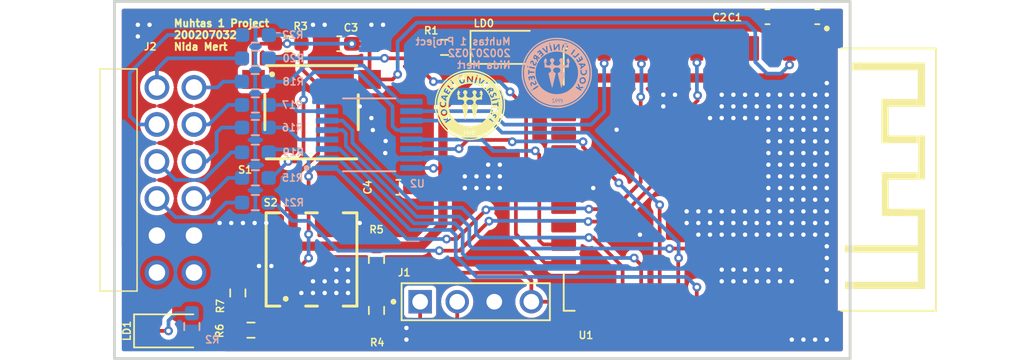
<source format=kicad_pcb>
(kicad_pcb (version 20240108) (generator "pcbnew") (generator_version "8.0")
  (title_block (title "PMOD ESP32 PROJECT PCB") (date "2024-12-14") (rev "0.2"))
  (layers (0 "F.Cu" signal) (31 "B.Cu" signal) (34 "B.Paste" user) (35 "F.Paste" user) (36 "B.SilkS" user "B.Silkscreen") (37 "F.SilkS" user "F.Silkscreen") (38 "B.Mask" user) (39 "F.Mask" user) (44 "Edge.Cuts" user))
  (net 0 "")
  (net 1 "/VCC3V3")
  (net 2 "/GND")
  (net 3 "/EN")
  (net 4 "/IO0")
  (net 5 "/TXD0")
  (net 6 "/RXD0")
  (net 7 "Net-(J2-Pad7)")
  (net 8 "Net-(J2-Pad10)")
  (net 9 "Net-(J2-Pad1)")
  (net 10 "Net-(J2-Pad2)")
  (net 11 "Net-(J2-Pad3)")
  (net 12 "Net-(J2-Pad9)")
  (net 13 "Net-(J2-Pad4)")
  (net 14 "Net-(J2-Pad8)")
  (net 15 "Net-(LD0-K)")
  (net 16 "/LD0")
  (net 17 "Net-(LD1-K)")
  (net 18 "/CTS{slash}SCK")
  (net 19 "/TXD{slash}MISO")
  (net 20 "/RXD{slash}MOSI")
  (net 21 "/RTS{slash}SS")
  (net 22 "/SELECT")
  (net 23 "/INT")
  (net 24 "/GPIO")
  (net 25 "Net-(R6-Pad1)")
  (net 26 "Net-(R4-Pad2)")
  (net 27 "/TXD")
  (net 31 "/MOSI")
  (net 33 "/SCK")
  (net 41 "/RTS")
  (net 44 "/SS")
  (net 49 "/CTS")
  (net 50 "/MISO")
  (net 51 "/RXD")
  (footprint "Resistor_SMD:R_0603_1608Metric_Pad0.98x0.95mm_HandSolder" (layer "F.Cu") (at 197.7 55 90)
    (property "Reference" "R7")
    (property "Value" "20K" (hide yes))
  )
  (footprint "Resistor_SMD:R_0603_1608Metric_Pad0.98x0.95mm_HandSolder" (layer "F.Cu") (at 198.6 57.55 180)
    (property "Reference" "R6")
    (property "Value" "5.6K" (hide yes))
  )
  (footprint "Capacitor_SMD:C_0603_1608Metric_Pad1.08x0.95mm_HandSolder" (layer "F.Cu") (at 204.65 37.9 180)
    (property "Reference" "C3")
    (property "Value" "10nF" (hide yes))
  )
  (footprint "KiCad:M209740642" (layer "F.Cu") (at 194.696 53.6 90)
    (property "Reference" "J2")
    (property "Value" "2x6 Pin Male Header, Through Hole" (hide yes))
  )
  (footprint "Resistor_SMD:R_0603_1608Metric_Pad0.98x0.95mm_HandSolder" (layer "F.Cu") (at 207.2 56.2 -90)
    (property "Reference" "R4")
    (property "Value" "1K" (hide yes))
  )
  (footprint "Capacitor_SMD:C_0603_1608Metric_Pad1.08x0.95mm_HandSolder" (layer "F.Cu") (at 208.7 47.75 180)
    (property "Reference" "C4")
    (property "Value" "100nF" (hide yes))
  )
  (footprint "Resistor_SMD:R_0603_1608Metric_Pad0.98x0.95mm_HandSolder" (layer "F.Cu") (at 207.2 52.7 90)
    (property "Reference" "R5")
    (property "Value" "20K" (hide yes))
  )
  (footprint "ESP-WROOM-32:MODULE_ESP-WROOM-32" (layer "F.Cu") (at 229.7775 47.22 -90)
    (property "Reference" "U1")
    (property "Value" "ESP-WROOM-32")
  )
  (footprint "Resistor_SMD:R_0603_1608Metric_Pad0.98x0.95mm_HandSolder" (layer "F.Cu") (at 201.15 37.9 180)
    (property "Reference" "R3")
    (property "Value" "10K" (hide yes))
  )
  (footprint "Capacitor_SMD:C_0603_1608Metric_Pad1.08x0.95mm_HandSolder" (layer "F.Cu") (at 233.9875 36.05)
    (property "Reference" "C2")
    (property "Value" "100nF" (hide yes))
  )
  (footprint "Capacitor_SMD:C_0603_1608Metric_Pad1.08x0.95mm_HandSolder" (layer "F.Cu") (at 237.4 36.05 180)
    (property "Reference" "C1")
    (property "Value" "10uF" (hide yes))
  )
  (footprint "LED_SMD:LED_1206_3216Metric_Pad1.42x1.75mm_HandSolder" (layer "F.Cu") (at 193.05 57.6)
    (property "Reference" "LD1")
    (property "Value" "Red Led" (hide yes))
  )
  (footprint "M20-9990446:HARWIN_M20-9990446" (layer "F.Cu") (at 214 55.6)
    (property "Reference" "J1")
    (property "Value" "4-Pin Male Header, Through Hole" (hide yes))
  )
  (footprint "Logo:kou_logo_5mm" (layer "F.Cu") (at 213.6 42.1)
    (property "Reference" "G***" (hide yes))
    (property "Value" "LOGO" (hide yes))
  )
  (footprint "Resistor_SMD:R_0603_1608Metric_Pad0.98x0.95mm_HandSolder" (layer "F.Cu") (at 211.8625 38.15 180)
    (property "Reference" "R1")
    (property "Value" "1.5K" (hide yes))
  )
  (footprint "418121270802:418121270802" (layer "F.Cu") (at 202.75 52.7)
    (property "Reference" "S2")
    (property "Value" "Dip Switch" (hide yes))
    (property "VALUE" "418121270802" (hide yes))
  )
  (footprint "LED_SMD:LED_1206_3216Metric_Pad1.42x1.75mm_HandSolder" (layer "F.Cu") (at 216.1 38.15)
    (property "Reference" "LD0")
    (property "Value" "Green Led" (hide yes))
  )
  (footprint "430182050816:430182050816" (layer "F.Cu") (at 202.75 42.6)
    (property "Reference" "S1")
    (property "Value" "Tactile Switch" (hide yes))
    (property "VALUE" "430182050816" (hide yes))
  )
  (footprint "Resistor_SMD:R_0603_1608Metric_Pad0.98x0.95mm_HandSolder" (layer "B.Cu") (at 198.9 48.8)
    (property "Reference" "R21")
    (property "Value" "200" (hide yes))
  )
  (footprint "Resistor_SMD:R_0603_1608Metric_Pad0.98x0.95mm_HandSolder" (layer "B.Cu") (at 198.9 38.9)
    (property "Reference" "R20")
    (property "Value" "200" (hide yes))
  )
  (footprint "Resistor_SMD:R_0603_1608Metric_Pad0.98x0.95mm_HandSolder" (layer "B.Cu") (at 198.9 42.1)
    (property "Reference" "R17")
    (property "Value" "200" (hide yes))
  )
  (footprint "Resistor_SMD:R_0603_1608Metric_Pad0.98x0.95mm_HandSolder" (layer "B.Cu") (at 194.55 57.3 -90)
    (property "Reference" "R2")
    (property "Value" "1.5K" (hide yes))
  )
  (footprint "TS3A5018PWR:SOP65P640X120-16N" (layer "B.Cu") (at 206.7 44.15)
    (property "Reference" "U2")
    (property "Value" "TS3A5018PWR" (hide yes))
  )
  (footprint "Resistor_SMD:R_0603_1608Metric_Pad0.98x0.95mm_HandSolder" (layer "B.Cu") (at 198.9125 37.3)
    (property "Reference" "R22")
    (property "Value" "200" (hide yes))
  )
  (footprint "Resistor_SMD:R_0603_1608Metric_Pad0.98x0.95mm_HandSolder" (layer "B.Cu") (at 198.8875 40.5)
    (property "Reference" "R18")
    (property "Value" "200" (hide yes))
  )
  (footprint "Logo:kou_logo_5mm" (layer "B.Cu") (at 219.55 39.9 180)
    (property "Reference" "G***" (hide yes))
    (property "Value" "LOGO" (hide yes))
  )
  (footprint "Resistor_SMD:R_0603_1608Metric_Pad0.98x0.95mm_HandSolder" (layer "B.Cu") (at 198.9 45.35)
    (property "Reference" "R19")
    (property "Value" "200" (hide yes))
  )
  (footprint "Resistor_SMD:R_0603_1608Metric_Pad0.98x0.95mm_HandSolder" (layer "B.Cu") (at 198.9 43.65)
    (property "Reference" "R16")
    (property "Value" "200" (hide yes))
  )
  (footprint "Resistor_SMD:R_0603_1608Metric_Pad0.98x0.95mm_HandSolder" (layer "B.Cu") (at 198.9 47.1)
    (property "Reference" "R15")
    (property "Value" "200" (hide yes))
  )
  (gr_rect (start 189.25 35) (end 239.65 59.5) (stroke (width 0.2)) (fill none) (layer "Edge.Cuts"))
  (gr_text "Muhtas 1 Project\n200207032\nNida Mert" (at 216.45 39.65 0) (layer "B.SilkS") (effects (font (size 0.5 0.5) (thickness 0.1) (bold yes)) (justify left bottom mirror)))
  (gr_text "Muhtas 1 Project\n200207032\nNida Mert" (at 193.25 38.4 0) (layer "F.SilkS") (effects (font (size 0.5 0.5) (thickness 0.125) (bold yes)) (justify left bottom)))
  (segment (start 201.48 47.17) (end 201.48 48.3) (width 0.254) (layer "F.Cu") (net 1))
  (segment (start 211.75 47.7) (end 211.7 47.75) (width 0.635) (layer "F.Cu") (net 1))
  (segment (start 210.2625 51.7875) (end 211.75 50.3) (width 0.635) (layer "F.Cu") (net 1))
  (segment (start 207.2 51.7875) (end 210.2625 51.7875) (width 0.635) (layer "F.Cu") (net 1))
  (segment (start 211.1 46.45) (end 211.75 46.45) (width 0.254) (layer "F.Cu") (net 1))
  (segment (start 196 53.6) (end 197.8125 51.7875) (width 0.635) (layer "F.Cu") (net 1))
  (segment (start 211.75 42.25) (end 213.75 40.25) (width 0.635) (layer "F.Cu") (net 1))
  (segment (start 201.48 51.7575) (end 201.48 48.3) (width 0.635) (layer "F.Cu") (net 1))
  (segment (start 194.696 53.6) (end 196 53.6) (width 0.635) (layer "F.Cu") (net 1))
  (segment (start 234.85 36.05) (end 236.5375 36.05) (width 0.635) (layer "F.Cu") (net 1))
  (segment (start 211.75 47.7) (end 211.75 46.45) (width 0.635) (layer "F.Cu") (net 1))
  (segment (start 213.75 40.25) (end 236.15 40.25) (width 0.635) (layer "F.Cu") (net 1))
  (segment (start 236.15 40.25) (end 236.7625 39.6375) (width 0.635) (layer "F.Cu") (net 1))
  (segment (start 209.564382 47.748118) (end 209.5625 47.75) (width 0.254) (layer "F.Cu") (net 1))
  (segment (start 211.75 50.3) (end 211.75 47.7) (width 0.635) (layer "F.Cu") (net 1))
  (segment (start 236.7625 38.22) (end 236.7625 36.275) (width 0.635) (layer "F.Cu") (net 1))
  (segment (start 211.7 47.75) (end 209.5625 47.75) (width 0.635) (layer "F.Cu") (net 1))
  (segment (start 211.75 46.45) (end 211.75 42.25) (width 0.635) (layer "F.Cu") (net 1))
  (segment (start 201.45 51.7875) (end 207.2 51.7875) (width 0.635) (layer "F.Cu") (net 1))
  (segment (start 203.2 45.45) (end 201.48 47.17) (width 0.254) (layer "F.Cu") (net 1))
  (segment (start 236.7625 36.275) (end 236.5375 36.05) (width 0.635) (layer "F.Cu") (net 1))
  (segment (start 202.0625 39.6125) (end 203.2 40.75) (width 0.254) (layer "F.Cu") (net 1))
  (segment (start 202.0625 37.9) (end 202.0625 39.6125) (width 0.254) (layer "F.Cu") (net 1))
  (segment (start 201.45 51.7875) (end 201.48 51.7575) (width 0.635) (layer "F.Cu") (net 1))
  (segment (start 236.7625 39.6375) (end 236.7625 38.22) (width 0.635) (layer "F.Cu") (net 1))
  (segment (start 203.2 40.75) (end 203.2 45.45) (width 0.254) (layer "F.Cu") (net 1))
  (segment (start 197.8125 51.7875) (end 201.45 51.7875) (width 0.635) (layer "F.Cu") (net 1))
  (via (at 211.1 46.45) (size 0.6) (drill 0.3) (layers "F.Cu" "B.Cu") (net 1))
  (segment (start 209.57 46.425) (end 211.075 46.425) (width 0.254) (layer "B.Cu") (net 1))
  (segment (start 211.075 46.425) (end 211.1 46.45) (width 0.254) (layer "B.Cu") (net 1))
  (via (at 229.25 49.4) (size 0.6) (drill 0.3) (layers "F.Cu" "B.Cu") (net 2))
  (via (at 206.95 43.825) (size 0.6) (drill 0.3) (layers "F.Cu" "B.Cu") (net 2))
  (via (at 237.25 51) (size 0.6) (drill 0.3) (layers "F.Cu" "B.Cu") (net 2))
  (via (at 236.45 47) (size 0.6) (drill 0.3) (layers "F.Cu" "B.Cu") (net 2))
  (via (at 230.05 43) (size 0.6) (drill 0.3) (layers "F.Cu" "B.Cu") (net 2))
  (via (at 235.65 47.8) (size 0.6) (drill 0.3) (layers "F.Cu" "B.Cu") (net 2))
  (via (at 238.05 50.2) (size 0.6) (drill 0.3) (layers "F.Cu" "B.Cu") (net 2))
  (via (at 232.45 51) (size 0.6) (drill 0.3) (layers "F.Cu" "B.Cu") (net 2))
  (via (at 234.05 42.2) (size 0.6) (drill 0.3) (layers "F.Cu" "B.Cu") (net 2))
  (via (at 232.45 50.2) (size 0.6) (drill 0.3) (layers "F.Cu" "B.Cu") (net 2))
  (via (at 232.45 43) (size 0.6) (drill 0.3) (layers "F.Cu" "B.Cu") (net 2))
  (via (at 229.25 51) (size 0.6) (drill 0.3) (layers "F.Cu" "B.Cu") (net 2))
  (via (at 234.85 42.2) (size 0.6) (drill 0.3) (layers "F.Cu" "B.Cu") (net 2))
  (via (at 234.85 53.4) (size 0.6) (drill 0.3) (layers "F.Cu" "B.Cu") (net 2))
  (via (at 234.85 41.4) (size 0.6) (drill 0.3) (layers "F.Cu" "B.Cu") (net 2))
  (via (at 202.85 36.6) (size 0.6) (drill 0.3) (layers "F.Cu" "B.Cu") (net 2))
  (via (at 234.85 43) (size 0.6) (drill 0.3) (layers "F.Cu" "B.Cu") (net 2))
  (via (at 191.65 36.6) (size 0.6) (drill 0.3) (layers "F.Cu" "B.Cu") (net 2))
  (via (at 234.05 51) (size 0.6) (drill 0.3) (layers "F.Cu" "B.Cu") (net 2))
  (via (at 206.05 42.2) (size 0.6) (drill 0.3) (layers "F.Cu" "B.Cu") (net 2))
  (via (at 234.85 45.4) (size 0.6) (drill 0.3) (layers "F.Cu" "B.Cu") (net 2))
  (via (at 234.05 46.2) (size 0.6) (drill 0.3) (layers "F.Cu" "B.Cu") (net 2))
  (via (at 236.45 41.4) (size 0.6) (drill 0.3) (layers "F.Cu" "B.Cu") (net 2))
  (via (at 233.25 41.4) (size 0.6) (drill 0.3) (layers "F.Cu" "B.Cu") (net 2))
  (via (at 237.25 41.4) (size 0.6) (drill 0.3) (layers "F.Cu" "B.Cu") (net 2))
  (via (at 233.25 43) (size 0.6) (drill 0.3) (layers "F.Cu" "B.Cu") (net 2))
  (via (at 203.65 54.2) (size 0.6) (drill 0.3) (layers "F.Cu" "B.Cu") (net 2))
  (via (at 226.85 41.4) (size 0.6) (drill 0.3) (layers "F.Cu" "B.Cu") (net 2))
  (via (at 232.45 49.4) (size 0.6) (drill 0.3) (layers "F.Cu" "B.Cu") (net 2))
  (via (at 234.05 54.2) (size 0.6) (drill 0.3) (layers "F.Cu" "B.Cu") (net 2))
  (via (at 230.85 53.4) (size 0.6) (drill 0.3) (layers "F.Cu" "B.Cu") (net 2))
  (via (at 203.65 36.6) (size 0.6) (drill 0.3) (layers "F.Cu" "B.Cu") (net 2))
  (via (at 235.65 45.4) (size 0.6) (drill 0.3) (layers "F.Cu" "B.Cu") (net 2))
  (via (at 235.65 43) (size 0.6) (drill 0.3) (layers "F.Cu" "B.Cu") (net 2))
  (via (at 234.05 43.8) (size 0.6) (drill 0.3) (layers "F.Cu" "B.Cu") (net 2))
  (via (at 230.85 50.2) (size 0.6) (drill 0.3) (layers "F.Cu" "B.Cu") (net 2))
  (via (at 235.65 47) (size 0.6) (drill 0.3) (layers "F.Cu" "B.Cu") (net 2))
  (via (at 238.05 43) (size 0.6) (drill 0.3) (layers "F.Cu" "B.Cu") (net 2))
  (via (at 197.25 50.2) (size 0.6) (drill 0.3) (layers "F.Cu" "B.Cu") (net 2))
  (via (at 234.05 44.6) (size 0.6) (drill 0.3) (layers "F.Cu" "B.Cu") (net 2))
  (via (at 238.05 41.4) (size 0.6) (drill 0.3) (layers "F.Cu" "B.Cu") (net 2))
  (via (at 235.65 41.4) (size 0.6) (drill 0.3) (layers "F.Cu" "B.Cu") (net 2))
  (via (at 222.05 47.8) (size 0.6) (drill 0.3) (layers "F.Cu" "B.Cu") (net 2))
  (via (at 236.45 58.2) (size 0.6) (drill 0.3) (layers "F.Cu" "B.Cu") (net 2))
  (via (at 237.25 48.6) (size 0.6) (drill 0.3) (layers "F.Cu" "B.Cu") (net 2))
  (via (at 235.65 48.6) (size 0.6) (drill 0.3) (layers "F.Cu" "B.Cu") (net 2))
  (via (at 232.45 54.2) (size 0.6) (drill 0.3) (layers "F.Cu" "B.Cu") (net 2))
  (via (at 232.45 42.2) (size 0.6) (drill 0.3) (layers "F.Cu" "B.Cu") (net 2))
  (via (at 215.65 47.8) (size 0.6) (drill 0.3) (layers "F.Cu" "B.Cu") (net 2))
  (via (at 234.85 54.2) (size 0.6) (drill 0.3) (layers "F.Cu" "B.Cu") (net 2))
  (via (at 230.85 42.2) (size 0.6) (drill 0.3) (layers "F.Cu" "B.Cu") (net 2))
  (via (at 214.05 47) (size 0.6) (drill 0.3) (layers "F.Cu" "B.Cu") (net 2))
  (via (at 190.85 37.4) (size 0.6) (drill 0.3) (layers "F.Cu" "B.Cu") (net 2))
  (via (at 237.25 45.4) (size 0.6) (drill 0.3) (layers "F.Cu" "B.Cu") (net 2))
  (via (at 198.05 50.2) (size 0.6) (drill 0.3) (layers "F.Cu" "B.Cu") (net 2))
  (via (at 236.45 46.2) (size 0.6) (drill 0.3) (layers "F.Cu" "B.Cu") (net 2))
  (via (at 228.45 50.2) (size 0.6) (drill 0.3) (layers "F.Cu" "B.Cu") (net 2))
  (via (at 232.45 41.4) (size 0.6) (drill 0.3) (layers "F.Cu" "B.Cu") (net 2))
  (via (at 205.25 54.2) (size 0.6) (drill 0.3) (layers "F.Cu" "B.Cu") (net 2))
  (via (at 209.25 58.2) (size 0.6) (drill 0.3) (layers "F.Cu" "B.Cu") (net 2))
  (via (at 234.05 47) (size 0.6) (drill 0.3) (layers "F.Cu" "B.Cu") (net 2))
  (via (at 227.65 41.4) (size 0.6) (drill 0.3) (layers "F.Cu" "B.Cu") (net 2))
  (via (at 236.45 43) (size 0.6) (drill 0.3) (layers "F.Cu" "B.Cu") (net 2))
  (via (at 234.85 50.2) (size 0.6) (drill 0.3) (layers "F.Cu" "B.Cu") (net 2))
  (via (at 235.65 49.4) (size 0.6) (drill 0.3) (layers "F.Cu" "B.Cu") (net 2))
  (via (at 234.85 48.6) (size 0.6) (drill 0.3) (layers "F.Cu" "B.Cu") (net 2))
  (via (at 205.25 53.4) (size 0.6) (drill 0.3) (layers "F.Cu" "B.Cu") (net 2))
  (via (at 231.65 42.2) (size 0.6) (drill 0.3) (layers "F.Cu" "B.Cu") (net 2))
  (via (at 238.05 53.4) (size 0.6) (drill 0.3) (layers "F.Cu" "B.Cu") (net 2))
  (via (at 238.05 52.6) (size 0.6) (drill 0.3) (layers "F.Cu" "B.Cu") (net 2))
  (via (at 234.05 41.4) (size 0.6) (drill 0.3) (layers "F.Cu" "B.Cu") (net 2))
  (via (at 235.65 54.2) (size 0.6) (drill 0.3) (layers "F.Cu" "B.Cu") (net 2))
  (via (at 200 53.15) (size 0.6) (drill 0.3) (layers "F.Cu" "B.Cu") (net 2))
  (via (at 235.65 46.2) (size 0.6) (drill 0.3) (layers "F.Cu" "B.Cu") (net 2))
  (via (at 223.65 43.8) (size 0.6) (drill 0.3) (layers "F.Cu" "B.Cu") (net 2))
  (via (at 209.25 57.4) (size 0.6) (drill 0.3) (layers "F.Cu" "B.Cu") (net 2))
  (via (at 234.85 46.2) (size 0.6) (drill 0.3) (layers "F.Cu" "B.Cu") (net 2))
  (via (at 230.85 41.4) (size 0.6) (drill 0.3) (layers "F.Cu" "B.Cu") (net 2))
  (via (at 238.05 43.8) (size 0.6) (drill 0.3) (layers "F.Cu" "B.Cu") (net 2))
  (via (at 230.85 54.2) (size 0.6) (drill 0.3) (layers "F.Cu" "B.Cu") (net 2))
  (via (at 231.65 50.2) (size 0.6) (drill 0.3) (layers "F.Cu" "B.Cu") (net 2))
  (via (at 236.45 49.4) (size 0.6) (drill 0.3) (layers "F.Cu" "B.Cu") (net 2))
  (via (at 202.05 55) (size 0.6) (drill 0.3) (layers "F.Cu" "B.Cu") (net 2))
  (via (at 215.65 46.2) (size 0.6) (drill 0.3) (layers "F.Cu" "B.Cu") (net 2))
  (via (at 237.25 42.2) (size 0.6) (drill 0.3) (layers "F.Cu" "B.Cu") (net 2))
  (via (at 230.85 43) (size 0.6) (drill 0.3) (layers "F.Cu" "B.Cu") (net 2))
  (via (at 236.45 45.4) (size 0.6) (drill 0.3) (layers "F.Cu" "B.Cu") (net 2))
  (via (at 236.45 43.8) (size 0.6) (drill 0.3) (layers "F.Cu" "B.Cu") (net 2))
  (via (at 238.05 40.6) (size 0.6) (drill 0.3) (layers "F.Cu" "B.Cu") (net 2))
  (via (at 206.85 43) (size 0.6) (drill 0.3) (layers "F.Cu" "B.Cu") (net 2))
  (via (at 238.05 51) (size 0.6) (drill 0.3) (layers "F.Cu" "B.Cu") (net 2))
  (via (at 237.25 50.2) (size 0.6) (drill 0.3) (layers "F.Cu" "B.Cu") (net 2))
  (via (at 232.45 53.4) (size 0.6) (drill 0.3) (layers "F.Cu" "B.Cu") (net 2))
  (via (at 206.05 50.2) (size 0.6) (drill 0.3) (layers "F.Cu" "B.Cu") (net 2))
  (via (at 237.25 43) (size 0.6) (drill 0.3) (layers "F.Cu" "B.Cu") (net 2))
  (via (at 214.85 47.8) (size 0.6) (drill 0.3) (layers "F.Cu" "B.Cu") (net 2))
  (via (at 238.05 49.4) (size 0.6) (drill 0.3) (layers "F.Cu" "B.Cu") (net 2))
  (via (at 190.85 36.6) (size 0.6) (drill 0.3) (layers "F.Cu" "B.Cu") (net 2))
  (via (at 238.05 58.2) (size 0.6) (drill 0.3) (layers "F.Cu" "B.Cu") (net 2))
  (via (at 238.05 45.4) (size 0.6) (drill 0.3) (layers "F.Cu" "B.Cu") (net 2))
  (via (at 225.25 51) (size 0.6) (drill 0.3) (layers "F.Cu" "B.Cu") (net 2))
  (via (at 231.65 51) (size 0.6) (drill 0.3) (layers "F.Cu" "B.Cu") (net 2))
  (via (at 215.65 47) (size 0.6) (drill 0.3) (layers "F.Cu" "B.Cu") (net 2))
  (via (at 205.25 55) (size 0.6) (drill 0.3) (layers "F.Cu" "B.Cu") (net 2))
  (via (at 226.85 42.2) (size 0.6) (drill 0.3) (layers "F.Cu" "B.Cu") (net 2))
  (via (at 207.65 36.6) (size 0.6) (drill 0.3) (layers "F.Cu" "B.Cu") (net 2))
  (via (at 233.25 53.4) (size 0.6) (drill 0.3) (layers "F.Cu" "B.Cu") (net 2))
  (via (at 233.25 49.4) (size 0.6) (drill 0.3) (layers "F.Cu" "B.Cu") (net 2))
  (via (at 207.8 45.4) (size 0.6) (drill 0.3) (layers "F.Cu" "B.Cu") (net 2))
  (via (at 196.45 50.2) (size 0.6) (drill 0.3) (layers "F.Cu" "B.Cu") (net 2))
  (via (at 238.05 47.8) (size 0.6) (drill 0.3) (layers "F.Cu" "B.Cu") (net 2))
  (via (at 236.45 48.6) (size 0.6) (drill 0.3) (layers "F.Cu" "B.Cu") (net 2))
  (via (at 213.25 47) (size 0.6) (drill 0.3) (layers "F.Cu" "B.Cu") (net 2))
  (via (at 202.85 54.2) (size 0.6) (drill 0.3) (layers "F.Cu" "B.Cu") (net 2))
  (via (at 234.05 47.8) (size 0.6) (drill 0.3) (layers "F.Cu" "B.Cu") (net 2))
  (via (at 238.05 51.8) (size 0.6) (drill 0.3) (layers "F.Cu" "B.Cu") (net 2))
  (via (at 234.85 44.6) (size 0.6) (drill 0.3) (layers "F.Cu" "B.Cu") (net 2))
  (via (at 233.25 42.2) (size 0.6) (drill 0.3) (layers "F.Cu" "B.Cu") (net 2))
  (via (at 234.85 47) (size 0.6) (drill 0.3) (layers "F.Cu" "B.Cu") (net 2))
  (via (at 236.45 47.8) (size 0.6) (drill 0.3) (layers "F.Cu" "B.Cu") (net 2))
  (via (at 234.85 51) (size 0.6) (drill 0.3) (layers "F.Cu" "B.Cu") (net 2))
  (via (at 236.45 51) (size 0.6) (drill 0.3) (layers "F.Cu" "B.Cu") (net 2))
  (via (at 238.05 48.6) (size 0.6) (drill 0.3) (layers "F.Cu" "B.Cu") (net 2))
  (via (at 238.05 54.2) (size 0.6) (drill 0.3) (layers "F.Cu" "B.Cu") (net 2))
  (via (at 237.25 49.4) (size 0.6) (drill 0.3) (layers "F.Cu" "B.Cu") (net 2))
  (via (at 230.85 49.4) (size 0.6) (drill 0.3) (layers "F.Cu" "B.Cu") (net 2))
  (via (at 236.45 50.2) (size 0.6) (drill 0.3) (layers "F.Cu" "B.Cu") (net 2))
  (via (at 207.825 44.575) (size 0.6) (drill 0.3) (layers "F.Cu" "B.Cu") (net 2))
  (via (at 199.15 53.15) (size 0.6) (drill 0.3) (layers "F.Cu" "B.Cu") (net 2))
  (via (at 202.85 55) (size 0.6) (drill 0.3) (layers "F.Cu" "B.Cu") (net 2))
  (via (at 238.05 44.6) (size 0.6) (drill 0.3) (layers "F.Cu" "B.Cu") (net 2))
  (via (at 238.05 47) (size 0.6) (drill 0.3) (layers "F.Cu" "B.Cu") (net 2))
  (via (at 235.65 44.6) (size 0.6) (drill 0.3) (layers "F.Cu" "B.Cu") (net 2))
  (via (at 237.25 44.6) (size 0.6) (drill 0.3) (layers "F.Cu" "B.Cu") (net 2))
  (via (at 234.05 45.4) (size 0.6) (drill 0.3) (layers "F.Cu" "B.Cu") (net 2))
  (via (at 236.45 42.2) (size 0.6) (drill 0.3) (layers "F.Cu" "B.Cu") (net 2))
  (via (at 234.05 53.4) (size 0.6) (drill 0.3) (layers "F.Cu" "B.Cu") (net 2))
  (via (at 214.85 46.2) (size 0.6) (drill 0.3) (layers "F.Cu" "B.Cu") (net 2))
  (via (at 235.65 51) (size 0.6) (drill 0.3) (layers "F.Cu" "B.Cu") (net 2))
  (via (at 230.05 51) (size 0.6) (drill 0.3) (layers "F.Cu" "B.Cu") (net 2))
  (via (at 230.05 50.2) (size 0.6) (drill 0.3) (layers "F.Cu" "B.Cu") (net 2))
  (via (at 237.25 47) (size 0.6) (drill 0.3) (layers "F.Cu" "B.Cu") (net 2))
  (via (at 204.45 53.4) (size 0.6) (drill 0.3) (layers "F.Cu" "B.Cu") (net 2))
  (via (at 214.05 47.8) (size 0.6) (drill 0.3) (layers "F.Cu" "B.Cu") (net 2))
  (via (at 234.85 49.4) (size 0.6) (drill 0.3) (layers "F.Cu" "B.Cu") (net 2))
  (via (at 235.65 43.8) (size 0.6) (drill 0.3) (layers "F.Cu" "B.Cu") (net 2))
  (via (at 231.65 54.2) (size 0.6) (drill 0.3) (layers "F.Cu" "B.Cu") (net 2))
  (via (at 231.65 53.4) (size 0.6) (drill 0.3) (layers "F.Cu" "B.Cu") (net 2))
  (via (at 234.85 43.8) (size 0.6) (drill 0.3) (layers "F.Cu" "B.Cu") (net 2))
  (via (at 237.25 43.8) (size 0.6) (drill 0.3) (layers "F.Cu" "B.Cu") (net 2))
  (via (at 237.25 47.8) (size 0.6) (drill 0.3) (layers "F.Cu" "B.Cu") (net 2))
  (via (at 234.05 50.2) (size 0.6) (drill 0.3) (layers "F.Cu" "B.Cu") (net 2))
  (via (at 237.25 46.2) (size 0.6) (drill 0.3) (layers "F.Cu" "B.Cu") (net 2))
  (via (at 213.25 47.8) (size 0.6) (drill 0.3) (layers "F.Cu" "B.Cu") (net 2))
  (via (at 238.05 42.2) (size 0.6) (drill 0.3) (layers "F.Cu" "B.Cu") (net 2))
  (via (at 199.65 50.2) (size 0.6) (drill 0.3) (layers "F.Cu" "B.Cu") (net 2))
  (via (at 238.05 46.2) (size 0.6) (drill 0.3) (layers "F.Cu" "B.Cu") (net 2))
  (via (at 234.05 43) (size 0.6) (drill 0.3) (layers "F.Cu" "B.Cu") (net 2))
  (via (at 235.65 42.2) (size 0.6) (drill 0.3) (layers "F.Cu" "B.Cu") (net 2))
  (via (at 230.85 51) (size 0.6) (drill 0.3) (layers "F.Cu" "B.Cu") (net 2))
  (via (at 234.05 49.4) (size 0.6) (drill 0.3) (layers "F.Cu" "B.Cu") (net 2))
  (via (at 233.25 54.2) (size 0.6) (drill 0.3) (layers "F.Cu" "B.Cu") (net 2))
  (via (at 234.05 48.6) (size 0.6) (drill 0.3) (layers "F.Cu" "B.Cu") (net 2))
  (via (at 235.65 58.2) (size 0.6) (drill 0.3) (layers "F.Cu" "B.Cu") (net 2))
  (via (at 231.65 41.4) (size 0.6) (drill 0.3) (layers "F.Cu" "B.Cu") (net 2))
  (via (at 198.85 50.2) (size 0.6) (drill 0.3) (layers "F.Cu" "B.Cu") (net 2))
  (via (at 237.25 58.2) (size 0.6) (drill 0.3) (layers "F.Cu" "B.Cu") (net 2))
  (via (at 234.85 47.8) (size 0.6) (drill 0.3) (layers "F.Cu" "B.Cu") (net 2))
  (via (at 233.25 51) (size 0.6) (drill 0.3) (layers "F.Cu" "B.Cu") (net 2))
  (via (at 230.05 49.4) (size 0.6) (drill 0.3) (layers "F.Cu" "B.Cu") (net 2))
  (via (at 228.45 49.4) (size 0.6) (drill 0.3) (layers "F.Cu" "B.Cu") (net 2))
  (via (at 204.45 54.2) (size 0.6) (drill 0.3) (layers "F.Cu" "B.Cu") (net 2))
  (via (at 214.85 47) (size 0.6) (drill 0.3) (layers "F.Cu" "B.Cu") (net 2))
  (via (at 203.65 55) (size 0.6) (drill 0.3) (layers "F.Cu" "B.Cu") (net 2))
  (via (at 236.45 44.6) (size 0.6) (drill 0.3) (layers "F.Cu" "B.Cu") (net 2))
  (via (at 204.45 55) (size 0.6) (drill 0.3) (layers "F.Cu" "B.Cu") (net 2))
  (via (at 231.65 43) (size 0.6) (drill 0.3) (layers "F.Cu" "B.Cu") (net 2))
  (via (at 235.65 50.2) (size 0.6) (drill 0.3) (layers "F.Cu" "B.Cu") (net 2))
  (via (at 231.65 49.4) (size 0.6) (drill 0.3) (layers "F.Cu" "B.Cu") (net 2))
  (via (at 206.85 36.6) (size 0.6) (drill 0.3) (layers "F.Cu" "B.Cu") (net 2))
  (via (at 233.25 50.2) (size 0.6) (drill 0.3) (layers "F.Cu" "B.Cu") (net 2))
  (via (at 229.25 50.2) (size 0.6) (drill 0.3) (layers "F.Cu" "B.Cu") (net 2))
  (segment (start 200.2375 37.9) (end 201.075 37.9) (width 0.254) (layer "F.Cu") (net 3))
  (segment (start 206.35 37.9) (end 206.725 38.275) (width 0.254) (layer "F.Cu") (net 3))
  (segment (start 199.2 37.9) (end 198.775 38.325) (width 0.254) (layer "F.Cu") (net 3))
  (segment (start 206.725 40.35) (end 208.3 40.35) (width 0.254) (layer "F.Cu") (net 3))
  (segment (start 235.4925 39.3425) (end 235.5 39.35) (width 0.254) (layer "F.Cu") (net 3))
  (segment (start 208.3 40.35) (end 208.65 40) (width 0.254) (layer "F.Cu") (net 3))
  (segment (start 206.725 38.275) (end 206.725 40.35) (width 0.254) (layer "F.Cu") (net 3))
  (segment (start 205.5125 37.9) (end 206.35 37.9) (width 0.254) (layer "F.Cu") (net 3))
  (segment (start 235.4925 38.22) (end 235.4925 39.3425) (width 0.254) (layer "F.Cu") (net 3))
  (segment (start 200.2375 37.9) (end 199.2 37.9) (width 0.254) (layer "F.Cu") (net 3))
  (segment (start 198.775 38.325) (end 198.775 40.35) (width 0.254) (layer "F.Cu") (net 3))
  (via (at 208.65 40) (size 0.6) (drill 0.3) (layers "F.Cu" "B.Cu") (net 3))
  (via (at 205.5125 37.9) (size 0.6) (drill 0.3) (layers "F.Cu" "B.Cu") (net 3))
  (via (at 201.075 37.9) (size 0.6) (drill 0.3) (layers "F.Cu" "B.Cu") (net 3))
  (via (at 235.5 39.35) (size 0.6) (drill 0.3) (layers "F.Cu" "B.Cu") (net 3))
  (segment (start 201.075 37.9) (end 201.075 37.475) (width 0.254) (layer "B.Cu") (net 3))
  (segment (start 233.15 37.05) (end 232.55 36.45) (width 0.254) (layer "B.Cu") (net 3))
  (segment (start 201.075 37.475) (end 200.9 37.3) (width 0.254) (layer "B.Cu") (net 3))
  (segment (start 208.65 40) (end 208.65 37.75) (width 0.254) (layer "B.Cu") (net 3))
  (segment (start 200.9 37.3) (end 199.825 37.3) (width 0.254) (layer "B.Cu") (net 3))
  (segment (start 209.95 36.45) (end 232.55 36.45) (width 0.254) (layer "B.Cu") (net 3))
  (segment (start 208.65 37.75) (end 209.95 36.45) (width 0.254) (layer "B.Cu") (net 3))
  (segment (start 234.9 39.95) (end 233.95 39.95) (width 0.254) (layer "B.Cu") (net 3))
  (segment (start 233.95 39.95) (end 233.15 39.15) (width 0.254) (layer "B.Cu") (net 3))
  (segment (start 235.5 39.35) (end 234.9 39.95) (width 0.254) (layer "B.Cu") (net 3))
  (segment (start 201.075 37.9) (end 205.5125 37.9) (width 0.254) (layer "B.Cu") (net 3))
  (segment (start 233.15 39.15) (end 233.15 37.05) (width 0.254) (layer "B.Cu") (net 3))
  (segment (start 217.81 55.6) (end 219 55.6) (width 0.254) (layer "F.Cu") (net 4))
  (segment (start 219 55.6) (end 219.62 56.22) (width 0.254) (layer "F.Cu") (net 4))
  (segment (start 217.2625 53.6125) (end 207.2 53.6125) (width 0.254) (layer "F.Cu") (net 4))
  (segment (start 219.62 56.22) (end 221.5225 56.22) (width 0.254) (layer "F.Cu") (net 4))
  (segment (start 217.81 55.6) (end 217.81 54.16) (width 0.254) (layer "F.Cu") (net 4))
  (segment (start 217.81 54.16) (end 217.2625 53.6125) (width 0.254) (layer "F.Cu") (net 4))
  (segment (start 207.2 53.6125) (end 207.2 55.2875) (width 0.254) (layer "F.Cu") (net 4))
  (segment (start 210.19 55.6) (end 210.19 56.79) (width 0.254) (layer "F.Cu") (net 5))
  (segment (start 211.604 58.204) (end 233.346 58.204) (width 0.254) (layer "F.Cu") (net 5))
  (segment (start 233.346 58.204) (end 234.2225 57.3275) (width 0.254) (layer "F.Cu") (net 5))
  (segment (start 234.2225 57.3275) (end 234.2225 56.22) (width 0.254) (layer "F.Cu") (net 5))
  (segment (start 210.19 56.79) (end 211.604 58.204) (width 0.254) (layer "F.Cu") (net 5))
  (segment (start 212.73 57.03) (end 213.45 57.75) (width 0.254) (layer "F.Cu") (net 6))
  (segment (start 212.73 55.6) (end 212.73 57.03) (width 0.254) (layer "F.Cu") (net 6))
  (segment (start 213.45 57.75) (end 232.6 57.75) (width 0.254) (layer "F.Cu") (net 6))
  (segment (start 232.9525 57.3975) (end 232.9525 56.22) (width 0.254) (layer "F.Cu") (net 6))
  (segment (start 232.6 57.75) (end 232.9525 57.3975) (width 0.254) (layer "F.Cu") (net 6))
  (segment (start 192.156 39.644) (end 192.9 38.9) (width 0.254) (layer "B.Cu") (net 7))
  (segment (start 192.156 40.9) (end 192.156 39.644) (width 0.254) (layer "B.Cu") (net 7))
  (segment (start 192.9 38.9) (end 197.9875 38.9) (width 0.254) (layer "B.Cu") (net 7))
  (segment (start 193.436 49.8) (end 195.9 49.8) (width 0.254) (layer "B.Cu") (net 8))
  (segment (start 195.9 49.8) (end 196.9 48.8) (width 0.254) (layer "B.Cu") (net 8))
  (segment (start 192.156 48.52) (end 193.436 49.8) (width 0.254) (layer "B.Cu") (net 8))
  (segment (start 196.9 48.8) (end 197.9875 48.8) (width 0.254) (layer "B.Cu") (net 8))
  (segment (start 196.7 40.5) (end 197.975 40.5) (width 0.254) (layer "B.Cu") (net 9))
  (segment (start 194.696 40.9) (end 196.3 40.9) (width 0.254) (layer "B.Cu") (net 9))
  (segment (start 196.3 40.9) (end 196.7 40.5) (width 0.254) (layer "B.Cu") (net 9))
  (segment (start 197.05 42.1) (end 197.9875 42.1) (width 0.254) (layer "B.Cu") (net 10))
  (segment (start 194.696 43.44) (end 195.71 43.44) (width 0.254) (layer "B.Cu") (net 10))
  (segment (start 195.71 43.44) (end 197.05 42.1) (width 0.254) (layer "B.Cu") (net 10))
  (segment (start 196.25 44) (end 196.6 43.65) (width 0.254) (layer "B.Cu") (net 11))
  (segment (start 196.25 45.3) (end 196.25 44) (width 0.254) (layer "B.Cu") (net 11))
  (segment (start 196.6 43.65) (end 197.9875 43.65) (width 0.254) (layer "B.Cu") (net 11))
  (segment (start 195.57 45.98) (end 196.25 45.3) (width 0.254) (layer "B.Cu") (net 11))
  (segment (start 194.696 45.98) (end 195.57 45.98) (width 0.254) (layer "B.Cu") (net 11))
  (segment (start 197.25 45.35) (end 197.9875 45.35) (width 0.254) (layer "B.Cu") (net 12))
  (segment (start 195.35 47.25) (end 197.25 45.35) (width 0.254) (layer "B.Cu") (net 12))
  (segment (start 193.426 47.25) (end 195.35 47.25) (width 0.254) (layer "B.Cu") (net 12))
  (segment (start 192.156 45.98) (end 193.426 47.25) (width 0.254) (layer "B.Cu") (net 12))
  (segment (start 197.05 47.1) (end 197.9875 47.1) (width 0.254) (layer "B.Cu") (net 13))
  (segment (start 195.63 48.52) (end 197.05 47.1) (width 0.254) (layer "B.Cu") (net 13))
  (segment (start 194.696 48.52) (end 195.63 48.52) (width 0.254) (layer "B.Cu") (net 13))
  (segment (start 190.3 42.85) (end 190.3 39.9) (width 0.254) (layer "B.Cu") (net 14))
  (segment (start 190.3 39.9) (end 192.9 37.3) (width 0.254) (layer "B.Cu") (net 14))
  (segment (start 192.9 37.3) (end 198 37.3) (width 0.254) (layer "B.Cu") (net 14))
  (segment (start 190.89 43.44) (end 190.3 42.85) (width 0.254) (layer "B.Cu") (net 14))
  (segment (start 192.156 43.44) (end 190.89 43.44) (width 0.254) (layer "B.Cu") (net 14))
  (segment (start 212.775 38.15) (end 214.6125 38.15) (width 0.635) (layer "F.Cu") (net 15))
  (segment (start 221.5225 38.22) (end 217.6575 38.22) (width 0.635) (layer "F.Cu") (net 16))
  (segment (start 217.6575 38.22) (end 217.5875 38.15) (width 0.635) (layer "F.Cu") (net 16))
  (segment (start 191.5625 57.6) (end 192.95 57.6) (width 0.254) (layer "F.Cu") (net 17))
  (via (at 192.95 57.6) (size 0.6) (drill 0.3) (layers "F.Cu" "B.Cu") (net 17))
  (segment (start 192.95 57.6) (end 192.95 56.9) (width 0.254) (layer "B.Cu") (net 17))
  (segment (start 193.4625 56.3875) (end 194.55 56.3875) (width 0.254) (layer "B.Cu") (net 17))
  (segment (start 192.95 56.9) (end 193.4625 56.3875) (width 0.254) (layer "B.Cu") (net 17))
  (segment (start 202.2 45.55) (end 202.2 41.75) (width 0.254) (layer "F.Cu") (net 18))
  (segment (start 201.773 45.977) (end 202.2 45.55) (width 0.254) (layer "F.Cu") (net 18))
  (segment (start 201.15 45.977) (end 201.773 45.977) (width 0.254) (layer "F.Cu") (net 18))
  (via (at 202.2 41.75) (size 0.6) (drill 0.3) (layers "F.Cu" "B.Cu") (net 18))
  (via (at 201.15 45.977) (size 0.6) (drill 0.3) (layers "F.Cu" "B.Cu") (net 18))
  (segment (start 202.896 39.854) (end 202.2 40.55) (width 0.254) (layer "B.Cu") (net 18))
  (segment (start 208.3 43.55) (end 208.3 42.2) (width 0.254) (layer "B.Cu") (net 18))
  (segment (start 205.954 39.854) (end 202.896 39.854) (width 0.254) (layer "B.Cu") (net 18))
  (segment (start 200.027 47.1) (end 199.8125 47.1) (width 0.254) (layer "B.Cu") (net 18))
  (segment (start 208.575 43.825) (end 208.3 43.55) (width 0.254) (layer "B.Cu") (net 18))
  (segment (start 208.3 42.2) (end 205.954 39.854) (width 0.254) (layer "B.Cu") (net 18))
  (segment (start 201.15 45.977) (end 200.027 47.1) (width 0.254) (layer "B.Cu") (net 18))
  (segment (start 202.2 40.55) (end 202.2 41.75) (width 0.254) (layer "B.Cu") (net 18))
  (segment (start 209.57 43.825) (end 208.575 43.825) (width 0.254) (layer "B.Cu") (net 18))
  (segment (start 201.05 43.65) (end 201.875 44.475) (width 0.254) (layer "B.Cu") (net 19))
  (segment (start 201.875 44.475) (end 203.83 44.475) (width 0.254) (layer "B.Cu") (net 19))
  (segment (start 199.8125 43.65) (end 201.05 43.65) (width 0.254) (layer "B.Cu") (net 19))
  (segment (start 201.775 42.525) (end 203.83 42.525) (width 0.254) (layer "B.Cu") (net 20))
  (segment (start 201.35 42.1) (end 201.775 42.525) (width 0.254) (layer "B.Cu") (net 20))
  (segment (start 199.8125 42.1) (end 201.35 42.1) (width 0.254) (layer "B.Cu") (net 20))
  (segment (start 202.3 39.4) (end 206.3 39.4) (width 0.254) (layer "B.Cu") (net 21))
  (segment (start 199.8 40.5) (end 201.2 40.5) (width 0.254) (layer "B.Cu") (net 21))
  (segment (start 206.3 39.4) (end 208.775 41.875) (width 0.254) (layer "B.Cu") (net 21))
  (segment (start 208.775 41.875) (end 209.57 41.875) (width 0.254) (layer "B.Cu") (net 21))
  (segment (start 201.2 40.5) (end 202.3 39.4) (width 0.254) (layer "B.Cu") (net 21))
  (segment (start 225.3 47.4) (end 225.3 41.55) (width 0.254) (layer "F.Cu") (net 22))
  (segment (start 212.7 51.3) (end 212 51.3) (width 0.254) (layer "F.Cu") (net 22))
  (segment (start 200.4 54.1) (end 198.5875 55.9125) (width 0.254) (layer "F.Cu") (net 22))
  (segment (start 202.55 50.97) (end 202.55 47) (width 0.254) (layer "F.Cu") (net 22))
  (segment (start 221.75 49.25) (end 223.45 49.25) (width 0.254) (layer "F.Cu") (net 22))
  (segment (start 225.3325 38.22) (end 225.3325 39.265) (width 0.254) (layer "F.Cu") (net 22))
  (segment (start 201.055 54.1) (end 200.4 54.1) (width 0.254) (layer "F.Cu") (net 22))
  (segment (start 197.7 55.9125) (end 197.7 57.5375) (width 0.254) (layer "F.Cu") (net 22))
  (segment (start 197.7 57.5375) (end 197.6875 57.55) (width 0.254) (layer "F.Cu") (net 22))
  (segment (start 223.45 49.25) (end 225.3 47.4) (width 0.254) (layer "F.Cu") (net 22))
  (segment (start 202.55 52.605) (end 201.055 54.1) (width 0.254) (layer "F.Cu") (net 22))
  (segment (start 225.3325 39.265) (end 225.35 39.2825) (width 0.254) (layer "F.Cu") (net 22))
  (segment (start 214.7 49.3) (end 212.7 51.3) (width 0.254) (layer "F.Cu") (net 22))
  (segment (start 198.5875 55.9125) (end 197.7 55.9125) (width 0.254) (layer "F.Cu") (net 22))
  (via (at 202.55 52.605) (size 0.6) (drill 0.3) (layers "F.Cu" "B.Cu") (net 22))
  (via (at 202.55 47) (size 0.6) (drill 0.3) (layers "F.Cu" "B.Cu") (net 22))
  (via (at 214.7 49.3) (size 0.6) (drill 0.3) (layers "F.Cu" "B.Cu") (net 22))
  (via (at 212 51.3) (size 0.6) (drill 0.3) (layers "F.Cu" "B.Cu") (net 22))
  (via (at 225.3 41.55) (size 0.6) (drill 0.3) (layers "F.Cu" "B.Cu") (net 22))
  (via (at 202.55 50.97) (size 0.6) (drill 0.3) (layers "F.Cu" "B.Cu") (net 22))
  (via (at 221.75 49.25) (size 0.6) (drill 0.3) (layers "F.Cu" "B.Cu") (net 22))
  (via (at 225.35 39.2825) (size 0.6) (drill 0.3) (layers "F.Cu" "B.Cu") (net 22))
  (segment (start 214.8 49.2) (end 221.7 49.2) (width 0.254) (layer "B.Cu") (net 22))
  (segment (start 202.55 46.75) (end 202.875 46.425) (width 0.254) (layer "B.Cu") (net 22))
  (segment (start 202.55 52.605) (end 202.55 50.97) (width 0.254) (layer "B.Cu") (net 22))
  (segment (start 214.7 49.3) (end 214.8 49.2) (width 0.254) (layer "B.Cu") (net 22))
  (segment (start 221.7 49.2) (end 221.75 49.25) (width 0.254) (layer "B.Cu") (net 22))
  (segment (start 202.55 47) (end 202.55 45.8) (width 0.254) (layer "B.Cu") (net 22))
  (segment (start 203.83 46.425) (end 204.425 46.425) (width 0.254) (layer "B.Cu") (net 22))
  (segment (start 202.875 46.425) (end 203.83 46.425) (width 0.254) (layer "B.Cu") (net 22))
  (segment (start 209.3 51.3) (end 212 51.3) (width 0.254) (layer "B.Cu") (net 22))
  (segment (start 204.425 46.425) (end 209.3 51.3) (width 0.254) (layer "B.Cu") (net 22))
  (segment (start 201.9 45.15) (end 200.0125 45.15) (width 0.254) (layer "B.Cu") (net 22))
  (segment (start 202.55 47) (end 202.55 46.75) (width 0.254) (layer "B.Cu") (net 22))
  (segment (start 225.35 41.5) (end 225.3 41.55) (width 0.254) (layer "B.Cu") (net 22))
  (segment (start 200.0125 45.15) (end 199.8125 45.35) (width 0.254) (layer "B.Cu") (net 22))
  (segment (start 225.35 39.2825) (end 225.35 41.5) (width 0.254) (layer "B.Cu") (net 22))
  (segment (start 202.55 45.8) (end 201.9 45.15) (width 0.254) (layer "B.Cu") (net 22))
  (segment (start 216.75 47.186712) (end 216.75 50.95) (width 0.254) (layer "F.Cu") (net 23))
  (segment (start 216.35 41.2) (end 217.45 42.3) (width 0.254) (layer "F.Cu") (net 23))
  (segment (start 207.75 38.9) (end 209.5 38.9) (width 0.254) (layer "F.Cu") (net 23))
  (segment (start 217.45 42.3) (end 217.45 46.486712) (width 0.254) (layer "F.Cu") (net 23))
  (segment (start 218.735 52.935) (end 220.0225 52.935) (width 0.254) (layer "F.Cu") (net 23))
  (segment (start 217.45 46.486712) (end 216.75 47.186712) (width 0.254) (layer "F.Cu") (net 23))
  (segment (start 209.5 38.9) (end 211.1 40.5) (width 0.254) (layer "F.Cu") (net 23))
  (segment (start 216.75 50.95) (end 218.735 52.935) (width 0.254) (layer "F.Cu") (net 23))
  (via (at 216.35 41.2) (size 0.6) (drill 0.3) (layers "F.Cu" "B.Cu") (net 23))
  (via (at 211.1 40.5) (size 0.6) (drill 0.3) (layers "F.Cu" "B.Cu") (net 23))
  (via (at 207.75 38.9) (size 0.6) (drill 0.3) (layers "F.Cu" "B.Cu") (net 23))
  (segment (start 215.65 40.5) (end 216.35 41.2) (width 0.254) (layer "B.Cu") (net 23))
  (segment (start 211.1 40.5) (end 215.65 40.5) (width 0.254) (layer "B.Cu") (net 23))
  (segment (start 199.8125 38.9) (end 207.75 38.9) (width 0.254) (layer "B.Cu") (net 23))
  (segment (start 229.1425 38.22) (end 229.1425 39.1925) (width 0.254) (layer "F.Cu") (net 24))
  (segment (start 229.2 41.8) (end 229.2 41.45) (width 0.254) (layer "F.Cu") (net 24))
  (segment (start 212.879122 52.1) (end 211.5 52.1) (width 0.254) (layer "F.Cu") (net 24))
  (segment (start 223.6 50.1) (end 226.95 46.75) (width 0.254) (layer "F.Cu") (net 24))
  (segment (start 226.95 46.75) (end 226.95 44.05) (width 0.254) (layer "F.Cu") (net 24))
  (segment (start 229.1425 39.1925) (end 229.15 39.2) (width 0.254) (layer "F.Cu") (net 24))
  (segment (start 226.95 44.05) (end 229.2 41.8) (width 0.254) (layer "F.Cu") (net 24))
  (segment (start 214.906131 50.072991) (end 212.879122 52.1) (width 0.254) (layer "F.Cu") (net 24))
  (segment (start 221.7 50.1) (end 223.6 50.1) (width 0.254) (layer "F.Cu") (net 24))
  (via (at 221.7 50.1) (size 0.6) (drill 0.3) (layers "F.Cu" "B.Cu") (net 24))
  (via (at 229.15 39.2) (size 0.6) (drill 0.3) (layers "F.Cu" "B.Cu") (net 24))
  (via (at 214.906131 50.072991) (size 0.6) (drill 0.3) (layers "F.Cu" "B.Cu") (net 24))
  (via (at 211.5 52.1) (size 0.6) (drill 0.3) (layers "F.Cu" "B.Cu") (net 24))
  (via (at 229.2 41.45) (size 0.6) (drill 0.3) (layers "F.Cu" "B.Cu") (net 24))
  (segment (start 199.8125 48.8) (end 200.2 48.8) (width 0.254) (layer "B.Cu") (net 24))
  (segment (start 229.15 39.2) (end 229.15 41.4) (width 0.254) (layer "B.Cu") (net 24))
  (segment (start 204.566712 52.1) (end 204.65 52.1) (width 0.254) (layer "B.Cu") (net 24))
  (segment (start 229.15 41.4) (end 229.2 41.45) (width 0.254) (layer "B.Cu") (net 24))
  (segment (start 221.65 50.05) (end 221.7 50.1) (width 0.254) (layer "B.Cu") (net 24))
  (segment (start 214.929122 50.05) (end 221.65 50.05) (width 0.254) (layer "B.Cu") (net 24))
  (segment (start 201.45 50.05) (end 202.516712 50.05) (width 0.254) (layer "B.Cu") (net 24))
  (segment (start 204.65 52.1) (end 211.5 52.1) (width 0.254) (layer "B.Cu") (net 24))
  (segment (start 214.906131 50.072991) (end 214.929122 50.05) (width 0.254) (layer "B.Cu") (net 24))
  (segment (start 202.516712 50.05) (end 204.566712 52.1) (width 0.254) (layer "B.Cu") (net 24))
  (segment (start 200.2 48.8) (end 201.45 50.05) (width 0.254) (layer "B.Cu") (net 24))
  (segment (start 201.48 57.1) (end 201.2 57.1) (width 0.254) (layer "F.Cu") (net 25))
  (segment (start 200.75 57.55) (end 199.5125 57.55) (width 0.254) (layer "F.Cu") (net 25))
  (segment (start 201.2 57.1) (end 200.75 57.55) (width 0.254) (layer "F.Cu") (net 25))
  (segment (start 204.02 57.1) (end 207.1875 57.1) (width 0.254) (layer "F.Cu") (net 26))
  (segment (start 207.1875 57.1) (end 207.2 57.1125) (width 0.254) (layer "F.Cu") (net 26))
  (segment (start 224.85 52.6) (end 225.3325 53.0825) (width 0.254) (layer "F.Cu") (net 27))
  (segment (start 225.3325 53.0825) (end 225.3325 56.22) (width 0.254) (layer "F.Cu") (net 27))
  (via (at 224.85 52.6) (size 0.6) (drill 0.3) (layers "F.Cu" "B.Cu") (net 27))
  (segment (start 213.4 52.6) (end 213.104 52.304) (width 0.254) (layer "B.Cu") (net 27))
  (segment (start 204.675 45.125) (end 203.83 45.125) (width 0.254) (layer "B.Cu") (net 27))
  (segment (start 209.769 50.219) (end 204.675 45.125) (width 0.254) (layer "B.Cu") (net 27))
  (segment (start 213.104 52.304) (end 213.104 50.754) (width 0.254) (layer "B.Cu") (net 27))
  (segment (start 212.569 50.219) (end 209.769 50.219) (width 0.254) (layer "B.Cu") (net 27))
  (segment (start 224.85 52.6) (end 213.4 52.6) (width 0.254) (layer "B.Cu") (net 27))
  (segment (start 213.104 50.754) (end 212.569 50.219) (width 0.254) (layer "B.Cu") (net 27))
  (segment (start 236.7625 52.7125) (end 236.7625 56.22) (width 0.254) (layer "F.Cu") (net 31))
  (segment (start 227.273 51.958591) (end 227.281591 51.95) (width 0.254) (layer "F.Cu") (net 31))
  (segment (start 236 51.95) (end 236.7625 52.7125) (width 0.254) (layer "F.Cu") (net 31))
  (segment (start 227.281591 51.95) (end 236 51.95) (width 0.254) (layer "F.Cu") (net 31))
  (via (at 227.273 51.958591) (size 0.6) (drill 0.3) (layers "F.Cu" "B.Cu") (net 31))
  (segment (start 213.558 50.447591) (end 212.875409 49.765) (width 0.254) (layer "B.Cu") (net 31))
  (segment (start 209.957052 49.765) (end 205.1 44.907948) (width 0.254) (layer "B.Cu") (net 31))
  (segment (start 213.8 51.95) (end 213.558 51.708) (width 0.254) (layer "B.Cu") (net 31))
  (segment (start 212.875409 49.765) (end 209.957052 49.765) (width 0.254) (layer "B.Cu") (net 31))
  (segment (start 205.1 44.05) (end 204.875 43.825) (width 0.254) (layer "B.Cu") (net 31))
  (segment (start 205.1 44.907948) (end 205.1 44.05) (width 0.254) (layer "B.Cu") (net 31))
  (segment (start 227.264409 51.95) (end 213.8 51.95) (width 0.254) (layer "B.Cu") (net 31))
  (segment (start 213.558 51.708) (end 213.558 50.447591) (width 0.254) (layer "B.Cu") (net 31))
  (segment (start 227.273 51.958591) (end 227.264409 51.95) (width 0.254) (layer "B.Cu") (net 31))
  (segment (start 204.875 43.825) (end 203.83 43.825) (width 0.254) (layer "B.Cu") (net 31))
  (segment (start 216.5 44.627) (end 216.373 44.5) (width 0.254) (layer "F.Cu") (net 33))
  (segment (start 216.373 44.5) (end 213.45 44.5) (width 0.254) (layer "F.Cu") (net 33))
  (segment (start 221.35 45) (end 223.8 47.45) (width 0.254) (layer "F.Cu") (net 33))
  (segment (start 227.9 52.6) (end 227.8725 52.6275) (width 0.254) (layer "F.Cu") (net 33))
  (segment (start 213.45 44.5) (end 212.85 45.1) (width 0.254) (layer "F.Cu") (net 33))
  (segment (start 227.8725 52.6275) (end 227.8725 56.22) (width 0.254) (layer "F.Cu") (net 33))
  (segment (start 221.35 44.627) (end 221.35 45) (width 0.254) (layer "F.Cu") (net 33))
  (via (at 221.35 44.627) (size 0.6) (drill 0.3) (layers "F.Cu" "B.Cu") (net 33))
  (via (at 223.8 47.45) (size 0.6) (drill 0.3) (layers "F.Cu" "B.Cu") (net 33))
  (via (at 212.85 45.1) (size 0.6) (drill 0.3) (layers "F.Cu" "B.Cu") (net 33))
  (via (at 216.5 44.627) (size 0.6) (drill 0.3) (layers "F.Cu" "B.Cu") (net 33))
  (via (at 227.9 52.6) (size 0.6) (drill 0.3) (layers "F.Cu" "B.Cu") (net 33))
  (segment (start 221.35 44.627) (end 221.323 44.6) (width 0.254) (layer "B.Cu") (net 33))
  (segment (start 209.57 45.125) (end 212.825 45.125) (width 0.254) (layer "B.Cu") (net 33))
  (segment (start 212.825 45.125) (end 212.85 45.1) (width 0.254) (layer "B.Cu") (net 33))
  (segment (start 227.9 51.55) (end 227.9 52.6) (width 0.254) (layer "B.Cu") (net 33))
  (segment (start 221.323 44.6) (end 216.527 44.6) (width 0.254) (layer "B.Cu") (net 33))
  (segment (start 216.527 44.6) (end 216.5 44.627) (width 0.254) (layer "B.Cu") (net 33))
  (segment (start 223.8 47.45) (end 227.9 51.55) (width 0.254) (layer "B.Cu") (net 33))
  (segment (start 222.7925 38.22) (end 222.7925 39.2425) (width 0.254) (layer "F.Cu") (net 41))
  (segment (start 222.7925 39.2425) (end 222.8 39.25) (width 0.254) (layer "F.Cu") (net 41))
  (via (at 222.8 39.25) (size 0.6) (drill 0.3) (layers "F.Cu" "B.Cu") (net 41))
  (segment (start 222.8 39.25) (end 222.8 42.55) (width 0.254) (layer "B.Cu") (net 41))
  (segment (start 215.95 43.45) (end 215.025 42.525) (width 0.254) (layer "B.Cu") (net 41))
  (segment (start 215.025 42.525) (end 209.57 42.525) (width 0.254) (layer "B.Cu") (net 41))
  (segment (start 222.8 42.55) (end 221.9 43.45) (width 0.254) (layer "B.Cu") (net 41))
  (segment (start 221.9 43.45) (end 215.95 43.45) (width 0.254) (layer "B.Cu") (net 41))
  (segment (start 226.6 51.3) (end 226.6025 51.3025) (width 0.254) (layer "F.Cu") (net 44))
  (segment (start 226.6025 51.3025) (end 226.6025 56.22) (width 0.254) (layer "F.Cu") (net 44))
  (segment (start 226.6 48.95) (end 226.6 51.3) (width 0.254) (layer "F.Cu") (net 44))
  (via (at 226.6 48.95) (size 0.6) (drill 0.3) (layers "F.Cu" "B.Cu") (net 44))
  (segment (start 215.8 44) (end 214.975 43.175) (width 0.254) (layer "B.Cu") (net 44))
  (segment (start 214.975 43.175) (end 209.57 43.175) (width 0.254) (layer "B.Cu") (net 44))
  (segment (start 221.65 44) (end 215.8 44) (width 0.254) (layer "B.Cu") (net 44))
  (segment (start 226.6 48.95) (end 221.65 44) (width 0.254) (layer "B.Cu") (net 44))
  (segment (start 218.077 45.25) (end 218.35 45.523) (width 0.254) (layer "F.Cu") (net 49))
  (segment (start 218.615 51.665) (end 220.0225 51.665) (width 0.254) (layer "F.Cu") (net 49))
  (segment (start 218.35 45.523) (end 218.35 51.4) (width 0.254) (layer "F.Cu") (net 49))
  (segment (start 218.35 51.4) (end 218.615 51.665) (width 0.254) (layer "F.Cu") (net 49))
  (via (at 218.077 45.25) (size 0.6) (drill 0.3) (layers "F.Cu" "B.Cu") (net 49))
  (segment (start 218.077 45.25) (end 216.763712 45.25) (width 0.254) (layer "B.Cu") (net 49))
  (segment (start 215.204 45.254) (end 214.423 44.473) (width 0.254) (layer "B.Cu") (net 49))
  (segment (start 216.763712 45.25) (end 216.759712 45.254) (width 0.254) (layer "B.Cu") (net 49))
  (segment (start 214.423 44.473) (end 209.572 44.473) (width 0.254) (layer "B.Cu") (net 49))
  (segment (start 216.759712 45.254) (end 215.204 45.254) (width 0.254) (layer "B.Cu") (net 49))
  (segment (start 209.572 44.473) (end 209.57 44.475) (width 0.254) (layer "B.Cu") (net 49))
  (segment (start 229.1425 56.22) (end 229.1425 54.6075) (width 0.254) (layer "F.Cu") (net 50))
  (segment (start 229.1425 54.6075) (end 229.15 54.6) (width 0.254) (layer "F.Cu") (net 50))
  (via (at 229.15 54.6) (size 0.6) (drill 0.3) (layers "F.Cu" "B.Cu") (net 50))
  (segment (start 228.45 53.9) (end 214.05 53.9) (width 0.254) (layer "B.Cu") (net 50))
  (segment (start 212.627 51.040288) (end 212.259712 50.673) (width 0.254) (layer "B.Cu") (net 50))
  (segment (start 214.05 53.9) (end 212.627 52.477) (width 0.254) (layer "B.Cu") (net 50))
  (segment (start 212.259712 50.673) (end 209.501846 50.673) (width 0.254) (layer "B.Cu") (net 50))
  (segment (start 209.501846 50.673) (end 204.603846 45.775) (width 0.254) (layer "B.Cu") (net 50))
  (segment (start 204.603846 45.775) (end 203.83 45.775) (width 0.254) (layer "B.Cu") (net 50))
  (segment (start 212.627 52.477) (end 212.627 51.040288) (width 0.254) (layer "B.Cu") (net 50))
  (segment (start 229.15 54.6) (end 228.45 53.9) (width 0.254) (layer "B.Cu") (net 50))
  (segment (start 221.75 51.2) (end 222.05 51.2) (width 0.254) (layer "F.Cu") (net 51))
  (segment (start 224.0625 53.2125) (end 224.0625 56.22) (width 0.254) (layer "F.Cu") (net 51))
  (segment (start 222.05 51.2) (end 224.0625 53.2125) (width 0.254) (layer "F.Cu") (net 51))
  (via (at 221.75 51.2) (size 0.6) (drill 0.3) (layers "F.Cu" "B.Cu") (net 51))
  (segment (start 210 49.15) (end 213.05 49.15) (width 0.254) (layer "B.Cu") (net 51))
  (segment (start 205.554 43.861947) (end 205.554 44.704) (width 0.254) (layer "B.Cu") (net 51))
  (segment (start 204.867053 43.175) (end 205.554 43.861947) (width 0.254) (layer "B.Cu") (net 51))
  (segment (start 214.3 51.2) (end 221.75 51.2) (width 0.254) (layer "B.Cu") (net 51))
  (segment (start 203.83 43.175) (end 204.867053 43.175) (width 0.254) (layer "B.Cu") (net 51))
  (segment (start 214.012 50.912) (end 214.3 51.2) (width 0.254) (layer "B.Cu") (net 51))
  (segment (start 214.012 50.112) (end 214.012 50.912) (width 0.254) (layer "B.Cu") (net 51))
  (segment (start 213.05 49.15) (end 214.012 50.112) (width 0.254) (layer "B.Cu") (net 51))
  (segment (start 205.554 44.704) (end 210 49.15) (width 0.254) (layer "B.Cu") (net 51))
  (zone (net 1) (net_name "/VCC3V3") (layer "F.Cu") (priority 1) (connect_pads yes (clearance 0.5)) (min_thickness 0.25) (fill yes (thermal_gap 0.5) (thermal_bridge_width 0.5))
    (polygon (pts (xy 189.95 52.35) (xy 196.25 52.35) (xy 196.25 58.9) (xy 193.2 58.9) (xy 193.2 55.65) (xy 189.95 55.65)))
  )
  (zone (net 2) (net_name "/GND") (layers "F&B.Cu") (connect_pads yes (clearance 0.3)) (min_thickness 0.25) (fill yes (thermal_gap 0.5) (thermal_bridge_width 0.5))
    (polygon (pts (xy 189.25 35) (xy 239.65 35) (xy 239.65 59.5) (xy 189.25 59.5)))
  )
)
</source>
